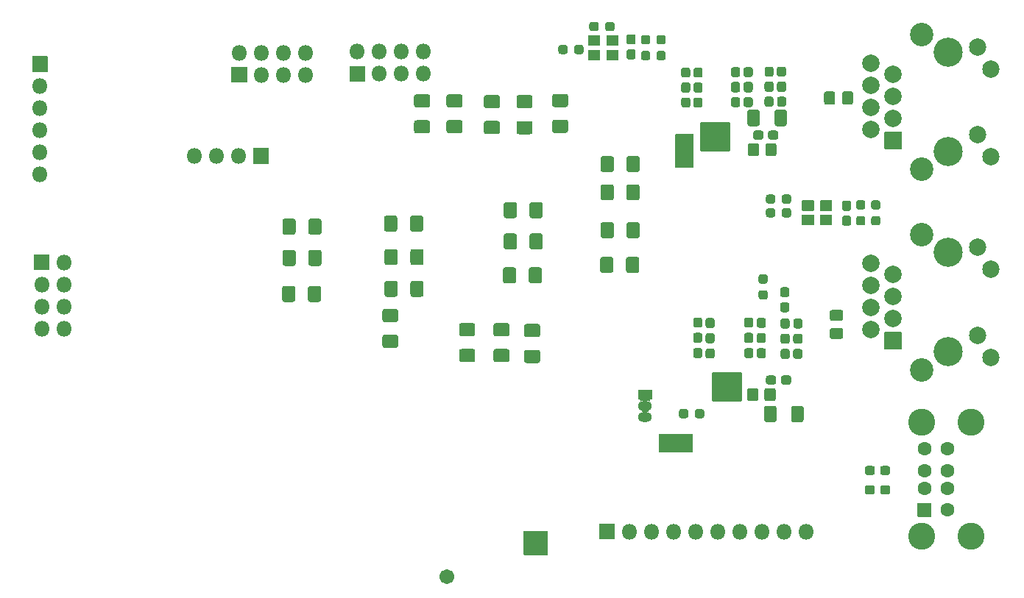
<source format=gbr>
G04 #@! TF.GenerationSoftware,KiCad,Pcbnew,5.1.10-88a1d61d58~90~ubuntu20.04.1*
G04 #@! TF.CreationDate,2021-09-12T22:34:26-04:00*
G04 #@! TF.ProjectId,UnwaryNuc,556e7761-7279-44e7-9563-2e6b69636164,rev?*
G04 #@! TF.SameCoordinates,Original*
G04 #@! TF.FileFunction,Soldermask,Bot*
G04 #@! TF.FilePolarity,Negative*
%FSLAX46Y46*%
G04 Gerber Fmt 4.6, Leading zero omitted, Abs format (unit mm)*
G04 Created by KiCad (PCBNEW 5.1.10-88a1d61d58~90~ubuntu20.04.1) date 2021-09-12 22:34:26*
%MOMM*%
%LPD*%
G01*
G04 APERTURE LIST*
%ADD10O,1.802000X1.802000*%
%ADD11C,1.702000*%
%ADD12C,3.102000*%
%ADD13C,1.602000*%
%ADD14C,3.352000*%
%ADD15C,2.702000*%
%ADD16C,1.992000*%
%ADD17C,2.002000*%
%ADD18O,1.602000X1.152000*%
%ADD19C,0.254000*%
%ADD20C,0.100000*%
G04 APERTURE END LIST*
D10*
X179019200Y-119430800D03*
X176479200Y-119430800D03*
X173939200Y-119430800D03*
X171399200Y-119430800D03*
X168859200Y-119430800D03*
X166319200Y-119430800D03*
X163779200Y-119430800D03*
X161239200Y-119430800D03*
X158699200Y-119430800D03*
G36*
G01*
X157009200Y-120331800D02*
X155309200Y-120331800D01*
G75*
G02*
X155258200Y-120280800I0J51000D01*
G01*
X155258200Y-118580800D01*
G75*
G02*
X155309200Y-118529800I51000J0D01*
G01*
X157009200Y-118529800D01*
G75*
G02*
X157060200Y-118580800I0J-51000D01*
G01*
X157060200Y-120280800D01*
G75*
G02*
X157009200Y-120331800I-51000J0D01*
G01*
G37*
X108712000Y-76200000D03*
X111252000Y-76200000D03*
X113792000Y-76200000D03*
G36*
G01*
X115482000Y-75299000D02*
X117182000Y-75299000D01*
G75*
G02*
X117233000Y-75350000I0J-51000D01*
G01*
X117233000Y-77050000D01*
G75*
G02*
X117182000Y-77101000I-51000J0D01*
G01*
X115482000Y-77101000D01*
G75*
G02*
X115431000Y-77050000I0J51000D01*
G01*
X115431000Y-75350000D01*
G75*
G02*
X115482000Y-75299000I51000J0D01*
G01*
G37*
G36*
G01*
X166049200Y-77592200D02*
X164049200Y-77592200D01*
G75*
G02*
X163998200Y-77541200I0J51000D01*
G01*
X163998200Y-73741200D01*
G75*
G02*
X164049200Y-73690200I51000J0D01*
G01*
X166049200Y-73690200D01*
G75*
G02*
X166100200Y-73741200I0J-51000D01*
G01*
X166100200Y-77541200D01*
G75*
G02*
X166049200Y-77592200I-51000J0D01*
G01*
G37*
X135026400Y-64211200D03*
X135026400Y-66751200D03*
X132486400Y-64211200D03*
X132486400Y-66751200D03*
X129946400Y-64211200D03*
X129946400Y-66751200D03*
X127406400Y-64211200D03*
G36*
G01*
X128256400Y-67652200D02*
X126556400Y-67652200D01*
G75*
G02*
X126505400Y-67601200I0J51000D01*
G01*
X126505400Y-65901200D01*
G75*
G02*
X126556400Y-65850200I51000J0D01*
G01*
X128256400Y-65850200D01*
G75*
G02*
X128307400Y-65901200I0J-51000D01*
G01*
X128307400Y-67601200D01*
G75*
G02*
X128256400Y-67652200I-51000J0D01*
G01*
G37*
X121462800Y-64312800D03*
X121462800Y-66852800D03*
X118922800Y-64312800D03*
X118922800Y-66852800D03*
X116382800Y-64312800D03*
X116382800Y-66852800D03*
X113842800Y-64312800D03*
G36*
G01*
X114692800Y-67753800D02*
X112992800Y-67753800D01*
G75*
G02*
X112941800Y-67702800I0J51000D01*
G01*
X112941800Y-66002800D01*
G75*
G02*
X112992800Y-65951800I51000J0D01*
G01*
X114692800Y-65951800D01*
G75*
G02*
X114743800Y-66002800I0J-51000D01*
G01*
X114743800Y-67702800D01*
G75*
G02*
X114692800Y-67753800I-51000J0D01*
G01*
G37*
X93675200Y-96062800D03*
X91135200Y-96062800D03*
X93675200Y-93522800D03*
X91135200Y-93522800D03*
X93675200Y-90982800D03*
X91135200Y-90982800D03*
X93675200Y-88442800D03*
G36*
G01*
X90234200Y-89292800D02*
X90234200Y-87592800D01*
G75*
G02*
X90285200Y-87541800I51000J0D01*
G01*
X91985200Y-87541800D01*
G75*
G02*
X92036200Y-87592800I0J-51000D01*
G01*
X92036200Y-89292800D01*
G75*
G02*
X91985200Y-89343800I-51000J0D01*
G01*
X90285200Y-89343800D01*
G75*
G02*
X90234200Y-89292800I0J51000D01*
G01*
G37*
G36*
G01*
X164938600Y-69488600D02*
X165464600Y-69488600D01*
G75*
G02*
X165727600Y-69751600I0J-263000D01*
G01*
X165727600Y-70377600D01*
G75*
G02*
X165464600Y-70640600I-263000J0D01*
G01*
X164938600Y-70640600D01*
G75*
G02*
X164675600Y-70377600I0J263000D01*
G01*
X164675600Y-69751600D01*
G75*
G02*
X164938600Y-69488600I263000J0D01*
G01*
G37*
G36*
G01*
X164938600Y-67738600D02*
X165464600Y-67738600D01*
G75*
G02*
X165727600Y-68001600I0J-263000D01*
G01*
X165727600Y-68627600D01*
G75*
G02*
X165464600Y-68890600I-263000J0D01*
G01*
X164938600Y-68890600D01*
G75*
G02*
X164675600Y-68627600I0J263000D01*
G01*
X164675600Y-68001600D01*
G75*
G02*
X164938600Y-67738600I263000J0D01*
G01*
G37*
G36*
G01*
X165446600Y-67188800D02*
X164920600Y-67188800D01*
G75*
G02*
X164657600Y-66925800I0J263000D01*
G01*
X164657600Y-66299800D01*
G75*
G02*
X164920600Y-66036800I263000J0D01*
G01*
X165446600Y-66036800D01*
G75*
G02*
X165709600Y-66299800I0J-263000D01*
G01*
X165709600Y-66925800D01*
G75*
G02*
X165446600Y-67188800I-263000J0D01*
G01*
G37*
G36*
G01*
X165446600Y-68938800D02*
X164920600Y-68938800D01*
G75*
G02*
X164657600Y-68675800I0J263000D01*
G01*
X164657600Y-68049800D01*
G75*
G02*
X164920600Y-67786800I263000J0D01*
G01*
X165446600Y-67786800D01*
G75*
G02*
X165709600Y-68049800I0J-263000D01*
G01*
X165709600Y-68675800D01*
G75*
G02*
X165446600Y-68938800I-263000J0D01*
G01*
G37*
G36*
G01*
X172108300Y-69437800D02*
X172634300Y-69437800D01*
G75*
G02*
X172897300Y-69700800I0J-263000D01*
G01*
X172897300Y-70326800D01*
G75*
G02*
X172634300Y-70589800I-263000J0D01*
G01*
X172108300Y-70589800D01*
G75*
G02*
X171845300Y-70326800I0J263000D01*
G01*
X171845300Y-69700800D01*
G75*
G02*
X172108300Y-69437800I263000J0D01*
G01*
G37*
G36*
G01*
X172108300Y-67687800D02*
X172634300Y-67687800D01*
G75*
G02*
X172897300Y-67950800I0J-263000D01*
G01*
X172897300Y-68576800D01*
G75*
G02*
X172634300Y-68839800I-263000J0D01*
G01*
X172108300Y-68839800D01*
G75*
G02*
X171845300Y-68576800I0J263000D01*
G01*
X171845300Y-67950800D01*
G75*
G02*
X172108300Y-67687800I263000J0D01*
G01*
G37*
G36*
G01*
X172634300Y-67138000D02*
X172108300Y-67138000D01*
G75*
G02*
X171845300Y-66875000I0J263000D01*
G01*
X171845300Y-66249000D01*
G75*
G02*
X172108300Y-65986000I263000J0D01*
G01*
X172634300Y-65986000D01*
G75*
G02*
X172897300Y-66249000I0J-263000D01*
G01*
X172897300Y-66875000D01*
G75*
G02*
X172634300Y-67138000I-263000J0D01*
G01*
G37*
G36*
G01*
X172634300Y-68888000D02*
X172108300Y-68888000D01*
G75*
G02*
X171845300Y-68625000I0J263000D01*
G01*
X171845300Y-67999000D01*
G75*
G02*
X172108300Y-67736000I263000J0D01*
G01*
X172634300Y-67736000D01*
G75*
G02*
X172897300Y-67999000I0J-263000D01*
G01*
X172897300Y-68625000D01*
G75*
G02*
X172634300Y-68888000I-263000J0D01*
G01*
G37*
G36*
G01*
X170653600Y-69437800D02*
X171179600Y-69437800D01*
G75*
G02*
X171442600Y-69700800I0J-263000D01*
G01*
X171442600Y-70326800D01*
G75*
G02*
X171179600Y-70589800I-263000J0D01*
G01*
X170653600Y-70589800D01*
G75*
G02*
X170390600Y-70326800I0J263000D01*
G01*
X170390600Y-69700800D01*
G75*
G02*
X170653600Y-69437800I263000J0D01*
G01*
G37*
G36*
G01*
X170653600Y-67687800D02*
X171179600Y-67687800D01*
G75*
G02*
X171442600Y-67950800I0J-263000D01*
G01*
X171442600Y-68576800D01*
G75*
G02*
X171179600Y-68839800I-263000J0D01*
G01*
X170653600Y-68839800D01*
G75*
G02*
X170390600Y-68576800I0J263000D01*
G01*
X170390600Y-67950800D01*
G75*
G02*
X170653600Y-67687800I263000J0D01*
G01*
G37*
G36*
G01*
X171187500Y-67138000D02*
X170661500Y-67138000D01*
G75*
G02*
X170398500Y-66875000I0J263000D01*
G01*
X170398500Y-66249000D01*
G75*
G02*
X170661500Y-65986000I263000J0D01*
G01*
X171187500Y-65986000D01*
G75*
G02*
X171450500Y-66249000I0J-263000D01*
G01*
X171450500Y-66875000D01*
G75*
G02*
X171187500Y-67138000I-263000J0D01*
G01*
G37*
G36*
G01*
X171187500Y-68888000D02*
X170661500Y-68888000D01*
G75*
G02*
X170398500Y-68625000I0J263000D01*
G01*
X170398500Y-67999000D01*
G75*
G02*
X170661500Y-67736000I263000J0D01*
G01*
X171187500Y-67736000D01*
G75*
G02*
X171450500Y-67999000I0J-263000D01*
G01*
X171450500Y-68625000D01*
G75*
G02*
X171187500Y-68888000I-263000J0D01*
G01*
G37*
G36*
G01*
X174514400Y-69387000D02*
X175040400Y-69387000D01*
G75*
G02*
X175303400Y-69650000I0J-263000D01*
G01*
X175303400Y-70276000D01*
G75*
G02*
X175040400Y-70539000I-263000J0D01*
G01*
X174514400Y-70539000D01*
G75*
G02*
X174251400Y-70276000I0J263000D01*
G01*
X174251400Y-69650000D01*
G75*
G02*
X174514400Y-69387000I263000J0D01*
G01*
G37*
G36*
G01*
X174514400Y-67637000D02*
X175040400Y-67637000D01*
G75*
G02*
X175303400Y-67900000I0J-263000D01*
G01*
X175303400Y-68526000D01*
G75*
G02*
X175040400Y-68789000I-263000J0D01*
G01*
X174514400Y-68789000D01*
G75*
G02*
X174251400Y-68526000I0J263000D01*
G01*
X174251400Y-67900000D01*
G75*
G02*
X174514400Y-67637000I263000J0D01*
G01*
G37*
G36*
G01*
X175046800Y-67087200D02*
X174520800Y-67087200D01*
G75*
G02*
X174257800Y-66824200I0J263000D01*
G01*
X174257800Y-66198200D01*
G75*
G02*
X174520800Y-65935200I263000J0D01*
G01*
X175046800Y-65935200D01*
G75*
G02*
X175309800Y-66198200I0J-263000D01*
G01*
X175309800Y-66824200D01*
G75*
G02*
X175046800Y-67087200I-263000J0D01*
G01*
G37*
G36*
G01*
X175046800Y-68837200D02*
X174520800Y-68837200D01*
G75*
G02*
X174257800Y-68574200I0J263000D01*
G01*
X174257800Y-67948200D01*
G75*
G02*
X174520800Y-67685200I263000J0D01*
G01*
X175046800Y-67685200D01*
G75*
G02*
X175309800Y-67948200I0J-263000D01*
G01*
X175309800Y-68574200D01*
G75*
G02*
X175046800Y-68837200I-263000J0D01*
G01*
G37*
G36*
G01*
X175962200Y-69387000D02*
X176488200Y-69387000D01*
G75*
G02*
X176751200Y-69650000I0J-263000D01*
G01*
X176751200Y-70276000D01*
G75*
G02*
X176488200Y-70539000I-263000J0D01*
G01*
X175962200Y-70539000D01*
G75*
G02*
X175699200Y-70276000I0J263000D01*
G01*
X175699200Y-69650000D01*
G75*
G02*
X175962200Y-69387000I263000J0D01*
G01*
G37*
G36*
G01*
X175962200Y-67637000D02*
X176488200Y-67637000D01*
G75*
G02*
X176751200Y-67900000I0J-263000D01*
G01*
X176751200Y-68526000D01*
G75*
G02*
X176488200Y-68789000I-263000J0D01*
G01*
X175962200Y-68789000D01*
G75*
G02*
X175699200Y-68526000I0J263000D01*
G01*
X175699200Y-67900000D01*
G75*
G02*
X175962200Y-67637000I263000J0D01*
G01*
G37*
G36*
G01*
X176462800Y-67087200D02*
X175936800Y-67087200D01*
G75*
G02*
X175673800Y-66824200I0J263000D01*
G01*
X175673800Y-66198200D01*
G75*
G02*
X175936800Y-65935200I263000J0D01*
G01*
X176462800Y-65935200D01*
G75*
G02*
X176725800Y-66198200I0J-263000D01*
G01*
X176725800Y-66824200D01*
G75*
G02*
X176462800Y-67087200I-263000J0D01*
G01*
G37*
G36*
G01*
X176462800Y-68837200D02*
X175936800Y-68837200D01*
G75*
G02*
X175673800Y-68574200I0J263000D01*
G01*
X175673800Y-67948200D01*
G75*
G02*
X175936800Y-67685200I263000J0D01*
G01*
X176462800Y-67685200D01*
G75*
G02*
X176725800Y-67948200I0J-263000D01*
G01*
X176725800Y-68574200D01*
G75*
G02*
X176462800Y-68837200I-263000J0D01*
G01*
G37*
G36*
G01*
X166335600Y-69488600D02*
X166861600Y-69488600D01*
G75*
G02*
X167124600Y-69751600I0J-263000D01*
G01*
X167124600Y-70377600D01*
G75*
G02*
X166861600Y-70640600I-263000J0D01*
G01*
X166335600Y-70640600D01*
G75*
G02*
X166072600Y-70377600I0J263000D01*
G01*
X166072600Y-69751600D01*
G75*
G02*
X166335600Y-69488600I263000J0D01*
G01*
G37*
G36*
G01*
X166335600Y-67738600D02*
X166861600Y-67738600D01*
G75*
G02*
X167124600Y-68001600I0J-263000D01*
G01*
X167124600Y-68627600D01*
G75*
G02*
X166861600Y-68890600I-263000J0D01*
G01*
X166335600Y-68890600D01*
G75*
G02*
X166072600Y-68627600I0J263000D01*
G01*
X166072600Y-68001600D01*
G75*
G02*
X166335600Y-67738600I263000J0D01*
G01*
G37*
G36*
G01*
X166870000Y-67188800D02*
X166344000Y-67188800D01*
G75*
G02*
X166081000Y-66925800I0J263000D01*
G01*
X166081000Y-66299800D01*
G75*
G02*
X166344000Y-66036800I263000J0D01*
G01*
X166870000Y-66036800D01*
G75*
G02*
X167133000Y-66299800I0J-263000D01*
G01*
X167133000Y-66925800D01*
G75*
G02*
X166870000Y-67188800I-263000J0D01*
G01*
G37*
G36*
G01*
X166870000Y-68938800D02*
X166344000Y-68938800D01*
G75*
G02*
X166081000Y-68675800I0J263000D01*
G01*
X166081000Y-68049800D01*
G75*
G02*
X166344000Y-67786800I263000J0D01*
G01*
X166870000Y-67786800D01*
G75*
G02*
X167133000Y-68049800I0J-263000D01*
G01*
X167133000Y-68675800D01*
G75*
G02*
X166870000Y-68938800I-263000J0D01*
G01*
G37*
G36*
G01*
X165488000Y-105604200D02*
X165488000Y-106130200D01*
G75*
G02*
X165225000Y-106393200I-263000J0D01*
G01*
X164674000Y-106393200D01*
G75*
G02*
X164411000Y-106130200I0J263000D01*
G01*
X164411000Y-105604200D01*
G75*
G02*
X164674000Y-105341200I263000J0D01*
G01*
X165225000Y-105341200D01*
G75*
G02*
X165488000Y-105604200I0J-263000D01*
G01*
G37*
G36*
G01*
X167313000Y-105604200D02*
X167313000Y-106130200D01*
G75*
G02*
X167050000Y-106393200I-263000J0D01*
G01*
X166499000Y-106393200D01*
G75*
G02*
X166236000Y-106130200I0J263000D01*
G01*
X166236000Y-105604200D01*
G75*
G02*
X166499000Y-105341200I263000J0D01*
G01*
X167050000Y-105341200D01*
G75*
G02*
X167313000Y-105604200I0J-263000D01*
G01*
G37*
G36*
G01*
X152367600Y-64220200D02*
X152367600Y-63694200D01*
G75*
G02*
X152630600Y-63431200I263000J0D01*
G01*
X153181600Y-63431200D01*
G75*
G02*
X153444600Y-63694200I0J-263000D01*
G01*
X153444600Y-64220200D01*
G75*
G02*
X153181600Y-64483200I-263000J0D01*
G01*
X152630600Y-64483200D01*
G75*
G02*
X152367600Y-64220200I0J263000D01*
G01*
G37*
G36*
G01*
X150542600Y-64220200D02*
X150542600Y-63694200D01*
G75*
G02*
X150805600Y-63431200I263000J0D01*
G01*
X151356600Y-63431200D01*
G75*
G02*
X151619600Y-63694200I0J-263000D01*
G01*
X151619600Y-64220200D01*
G75*
G02*
X151356600Y-64483200I-263000J0D01*
G01*
X150805600Y-64483200D01*
G75*
G02*
X150542600Y-64220200I0J263000D01*
G01*
G37*
G36*
G01*
X155175600Y-61052600D02*
X155175600Y-61578600D01*
G75*
G02*
X154912600Y-61841600I-263000J0D01*
G01*
X154361600Y-61841600D01*
G75*
G02*
X154098600Y-61578600I0J263000D01*
G01*
X154098600Y-61052600D01*
G75*
G02*
X154361600Y-60789600I263000J0D01*
G01*
X154912600Y-60789600D01*
G75*
G02*
X155175600Y-61052600I0J-263000D01*
G01*
G37*
G36*
G01*
X157000600Y-61052600D02*
X157000600Y-61578600D01*
G75*
G02*
X156737600Y-61841600I-263000J0D01*
G01*
X156186600Y-61841600D01*
G75*
G02*
X155923600Y-61578600I0J263000D01*
G01*
X155923600Y-61052600D01*
G75*
G02*
X156186600Y-60789600I263000J0D01*
G01*
X156737600Y-60789600D01*
G75*
G02*
X157000600Y-61052600I0J-263000D01*
G01*
G37*
G36*
G01*
X173539400Y-103203048D02*
X173539400Y-104162552D01*
G75*
G02*
X173268152Y-104433800I-271248J0D01*
G01*
X172508648Y-104433800D01*
G75*
G02*
X172237400Y-104162552I0J271248D01*
G01*
X172237400Y-103203048D01*
G75*
G02*
X172508648Y-102931800I271248J0D01*
G01*
X173268152Y-102931800D01*
G75*
G02*
X173539400Y-103203048I0J-271248D01*
G01*
G37*
G36*
G01*
X175539400Y-103203048D02*
X175539400Y-104162552D01*
G75*
G02*
X175268152Y-104433800I-271248J0D01*
G01*
X174508648Y-104433800D01*
G75*
G02*
X174237400Y-104162552I0J271248D01*
G01*
X174237400Y-103203048D01*
G75*
G02*
X174508648Y-102931800I271248J0D01*
G01*
X175268152Y-102931800D01*
G75*
G02*
X175539400Y-103203048I0J-271248D01*
G01*
G37*
G36*
G01*
X174339000Y-75968552D02*
X174339000Y-75009048D01*
G75*
G02*
X174610248Y-74737800I271248J0D01*
G01*
X175369752Y-74737800D01*
G75*
G02*
X175641000Y-75009048I0J-271248D01*
G01*
X175641000Y-75968552D01*
G75*
G02*
X175369752Y-76239800I-271248J0D01*
G01*
X174610248Y-76239800D01*
G75*
G02*
X174339000Y-75968552I0J271248D01*
G01*
G37*
G36*
G01*
X172339000Y-75968552D02*
X172339000Y-75009048D01*
G75*
G02*
X172610248Y-74737800I271248J0D01*
G01*
X173369752Y-74737800D01*
G75*
G02*
X173641000Y-75009048I0J-271248D01*
G01*
X173641000Y-75968552D01*
G75*
G02*
X173369752Y-76239800I-271248J0D01*
G01*
X172610248Y-76239800D01*
G75*
G02*
X172339000Y-75968552I0J271248D01*
G01*
G37*
G36*
G01*
X160841800Y-63380000D02*
X160315800Y-63380000D01*
G75*
G02*
X160052800Y-63117000I0J263000D01*
G01*
X160052800Y-62566000D01*
G75*
G02*
X160315800Y-62303000I263000J0D01*
G01*
X160841800Y-62303000D01*
G75*
G02*
X161104800Y-62566000I0J-263000D01*
G01*
X161104800Y-63117000D01*
G75*
G02*
X160841800Y-63380000I-263000J0D01*
G01*
G37*
G36*
G01*
X160841800Y-65205000D02*
X160315800Y-65205000D01*
G75*
G02*
X160052800Y-64942000I0J263000D01*
G01*
X160052800Y-64391000D01*
G75*
G02*
X160315800Y-64128000I263000J0D01*
G01*
X160841800Y-64128000D01*
G75*
G02*
X161104800Y-64391000I0J-263000D01*
G01*
X161104800Y-64942000D01*
G75*
G02*
X160841800Y-65205000I-263000J0D01*
G01*
G37*
G36*
G01*
X162619800Y-63380000D02*
X162093800Y-63380000D01*
G75*
G02*
X161830800Y-63117000I0J263000D01*
G01*
X161830800Y-62566000D01*
G75*
G02*
X162093800Y-62303000I263000J0D01*
G01*
X162619800Y-62303000D01*
G75*
G02*
X162882800Y-62566000I0J-263000D01*
G01*
X162882800Y-63117000D01*
G75*
G02*
X162619800Y-63380000I-263000J0D01*
G01*
G37*
G36*
G01*
X162619800Y-65205000D02*
X162093800Y-65205000D01*
G75*
G02*
X161830800Y-64942000I0J263000D01*
G01*
X161830800Y-64391000D01*
G75*
G02*
X162093800Y-64128000I263000J0D01*
G01*
X162619800Y-64128000D01*
G75*
G02*
X162882800Y-64391000I0J-263000D01*
G01*
X162882800Y-64942000D01*
G75*
G02*
X162619800Y-65205000I-263000J0D01*
G01*
G37*
G36*
G01*
X176243600Y-81441400D02*
X176243600Y-80915400D01*
G75*
G02*
X176506600Y-80652400I263000J0D01*
G01*
X177057600Y-80652400D01*
G75*
G02*
X177320600Y-80915400I0J-263000D01*
G01*
X177320600Y-81441400D01*
G75*
G02*
X177057600Y-81704400I-263000J0D01*
G01*
X176506600Y-81704400D01*
G75*
G02*
X176243600Y-81441400I0J263000D01*
G01*
G37*
G36*
G01*
X174418600Y-81441400D02*
X174418600Y-80915400D01*
G75*
G02*
X174681600Y-80652400I263000J0D01*
G01*
X175232600Y-80652400D01*
G75*
G02*
X175495600Y-80915400I0J-263000D01*
G01*
X175495600Y-81441400D01*
G75*
G02*
X175232600Y-81704400I-263000J0D01*
G01*
X174681600Y-81704400D01*
G75*
G02*
X174418600Y-81441400I0J263000D01*
G01*
G37*
G36*
G01*
X176243600Y-83016200D02*
X176243600Y-82490200D01*
G75*
G02*
X176506600Y-82227200I263000J0D01*
G01*
X177057600Y-82227200D01*
G75*
G02*
X177320600Y-82490200I0J-263000D01*
G01*
X177320600Y-83016200D01*
G75*
G02*
X177057600Y-83279200I-263000J0D01*
G01*
X176506600Y-83279200D01*
G75*
G02*
X176243600Y-83016200I0J263000D01*
G01*
G37*
G36*
G01*
X174418600Y-83016200D02*
X174418600Y-82490200D01*
G75*
G02*
X174681600Y-82227200I263000J0D01*
G01*
X175232600Y-82227200D01*
G75*
G02*
X175495600Y-82490200I0J-263000D01*
G01*
X175495600Y-83016200D01*
G75*
G02*
X175232600Y-83279200I-263000J0D01*
G01*
X174681600Y-83279200D01*
G75*
G02*
X174418600Y-83016200I0J263000D01*
G01*
G37*
G36*
G01*
X185581400Y-82379200D02*
X185055400Y-82379200D01*
G75*
G02*
X184792400Y-82116200I0J263000D01*
G01*
X184792400Y-81565200D01*
G75*
G02*
X185055400Y-81302200I263000J0D01*
G01*
X185581400Y-81302200D01*
G75*
G02*
X185844400Y-81565200I0J-263000D01*
G01*
X185844400Y-82116200D01*
G75*
G02*
X185581400Y-82379200I-263000J0D01*
G01*
G37*
G36*
G01*
X185581400Y-84204200D02*
X185055400Y-84204200D01*
G75*
G02*
X184792400Y-83941200I0J263000D01*
G01*
X184792400Y-83390200D01*
G75*
G02*
X185055400Y-83127200I263000J0D01*
G01*
X185581400Y-83127200D01*
G75*
G02*
X185844400Y-83390200I0J-263000D01*
G01*
X185844400Y-83941200D01*
G75*
G02*
X185581400Y-84204200I-263000J0D01*
G01*
G37*
G36*
G01*
X187308600Y-82379200D02*
X186782600Y-82379200D01*
G75*
G02*
X186519600Y-82116200I0J263000D01*
G01*
X186519600Y-81565200D01*
G75*
G02*
X186782600Y-81302200I263000J0D01*
G01*
X187308600Y-81302200D01*
G75*
G02*
X187571600Y-81565200I0J-263000D01*
G01*
X187571600Y-82116200D01*
G75*
G02*
X187308600Y-82379200I-263000J0D01*
G01*
G37*
G36*
G01*
X187308600Y-84204200D02*
X186782600Y-84204200D01*
G75*
G02*
X186519600Y-83941200I0J263000D01*
G01*
X186519600Y-83390200D01*
G75*
G02*
X186782600Y-83127200I263000J0D01*
G01*
X187308600Y-83127200D01*
G75*
G02*
X187571600Y-83390200I0J-263000D01*
G01*
X187571600Y-83941200D01*
G75*
G02*
X187308600Y-84204200I-263000J0D01*
G01*
G37*
G36*
G01*
X173828600Y-91661600D02*
X174354600Y-91661600D01*
G75*
G02*
X174617600Y-91924600I0J-263000D01*
G01*
X174617600Y-92475600D01*
G75*
G02*
X174354600Y-92738600I-263000J0D01*
G01*
X173828600Y-92738600D01*
G75*
G02*
X173565600Y-92475600I0J263000D01*
G01*
X173565600Y-91924600D01*
G75*
G02*
X173828600Y-91661600I263000J0D01*
G01*
G37*
G36*
G01*
X173828600Y-89836600D02*
X174354600Y-89836600D01*
G75*
G02*
X174617600Y-90099600I0J-263000D01*
G01*
X174617600Y-90650600D01*
G75*
G02*
X174354600Y-90913600I-263000J0D01*
G01*
X173828600Y-90913600D01*
G75*
G02*
X173565600Y-90650600I0J263000D01*
G01*
X173565600Y-90099600D01*
G75*
G02*
X173828600Y-89836600I263000J0D01*
G01*
G37*
G36*
G01*
X182379400Y-69040902D02*
X182379400Y-70049498D01*
G75*
G02*
X182107698Y-70321200I-271702J0D01*
G01*
X181374102Y-70321200D01*
G75*
G02*
X181102400Y-70049498I0J271702D01*
G01*
X181102400Y-69040902D01*
G75*
G02*
X181374102Y-68769200I271702J0D01*
G01*
X182107698Y-68769200D01*
G75*
G02*
X182379400Y-69040902I0J-271702D01*
G01*
G37*
G36*
G01*
X184454400Y-69040902D02*
X184454400Y-70049498D01*
G75*
G02*
X184182698Y-70321200I-271702J0D01*
G01*
X183449102Y-70321200D01*
G75*
G02*
X183177400Y-70049498I0J271702D01*
G01*
X183177400Y-69040902D01*
G75*
G02*
X183449102Y-68769200I271702J0D01*
G01*
X184182698Y-68769200D01*
G75*
G02*
X184454400Y-69040902I0J-271702D01*
G01*
G37*
G36*
G01*
X182020102Y-96004600D02*
X183028698Y-96004600D01*
G75*
G02*
X183300400Y-96276302I0J-271702D01*
G01*
X183300400Y-97009898D01*
G75*
G02*
X183028698Y-97281600I-271702J0D01*
G01*
X182020102Y-97281600D01*
G75*
G02*
X181748400Y-97009898I0J271702D01*
G01*
X181748400Y-96276302D01*
G75*
G02*
X182020102Y-96004600I271702J0D01*
G01*
G37*
G36*
G01*
X182020102Y-93929600D02*
X183028698Y-93929600D01*
G75*
G02*
X183300400Y-94201302I0J-271702D01*
G01*
X183300400Y-94934898D01*
G75*
G02*
X183028698Y-95206600I-271702J0D01*
G01*
X182020102Y-95206600D01*
G75*
G02*
X181748400Y-94934898I0J271702D01*
G01*
X181748400Y-94201302D01*
G75*
G02*
X182020102Y-93929600I271702J0D01*
G01*
G37*
G36*
G01*
X174122400Y-73549400D02*
X174122400Y-74075400D01*
G75*
G02*
X173859400Y-74338400I-263000J0D01*
G01*
X173208400Y-74338400D01*
G75*
G02*
X172945400Y-74075400I0J263000D01*
G01*
X172945400Y-73549400D01*
G75*
G02*
X173208400Y-73286400I263000J0D01*
G01*
X173859400Y-73286400D01*
G75*
G02*
X174122400Y-73549400I0J-263000D01*
G01*
G37*
G36*
G01*
X175847400Y-73549400D02*
X175847400Y-74075400D01*
G75*
G02*
X175584400Y-74338400I-263000J0D01*
G01*
X174933400Y-74338400D01*
G75*
G02*
X174670400Y-74075400I0J263000D01*
G01*
X174670400Y-73549400D01*
G75*
G02*
X174933400Y-73286400I263000J0D01*
G01*
X175584400Y-73286400D01*
G75*
G02*
X175847400Y-73549400I0J-263000D01*
G01*
G37*
G36*
G01*
X175595600Y-101743400D02*
X175595600Y-102269400D01*
G75*
G02*
X175332600Y-102532400I-263000J0D01*
G01*
X174681600Y-102532400D01*
G75*
G02*
X174418600Y-102269400I0J263000D01*
G01*
X174418600Y-101743400D01*
G75*
G02*
X174681600Y-101480400I263000J0D01*
G01*
X175332600Y-101480400D01*
G75*
G02*
X175595600Y-101743400I0J-263000D01*
G01*
G37*
G36*
G01*
X177320600Y-101743400D02*
X177320600Y-102269400D01*
G75*
G02*
X177057600Y-102532400I-263000J0D01*
G01*
X176406600Y-102532400D01*
G75*
G02*
X176143600Y-102269400I0J263000D01*
G01*
X176143600Y-101743400D01*
G75*
G02*
X176406600Y-101480400I263000J0D01*
G01*
X177057600Y-101480400D01*
G75*
G02*
X177320600Y-101743400I0J-263000D01*
G01*
G37*
G36*
G01*
X158639400Y-63926400D02*
X159165400Y-63926400D01*
G75*
G02*
X159428400Y-64189400I0J-263000D01*
G01*
X159428400Y-64840400D01*
G75*
G02*
X159165400Y-65103400I-263000J0D01*
G01*
X158639400Y-65103400D01*
G75*
G02*
X158376400Y-64840400I0J263000D01*
G01*
X158376400Y-64189400D01*
G75*
G02*
X158639400Y-63926400I263000J0D01*
G01*
G37*
G36*
G01*
X158639400Y-62201400D02*
X159165400Y-62201400D01*
G75*
G02*
X159428400Y-62464400I0J-263000D01*
G01*
X159428400Y-63115400D01*
G75*
G02*
X159165400Y-63378400I-263000J0D01*
G01*
X158639400Y-63378400D01*
G75*
G02*
X158376400Y-63115400I0J263000D01*
G01*
X158376400Y-62464400D01*
G75*
G02*
X158639400Y-62201400I263000J0D01*
G01*
G37*
G36*
G01*
X175397800Y-72512956D02*
X175397800Y-71149444D01*
G75*
G02*
X175667044Y-70880200I269244J0D01*
G01*
X176555556Y-70880200D01*
G75*
G02*
X176824800Y-71149444I0J-269244D01*
G01*
X176824800Y-72512956D01*
G75*
G02*
X176555556Y-72782200I-269244J0D01*
G01*
X175667044Y-72782200D01*
G75*
G02*
X175397800Y-72512956I0J269244D01*
G01*
G37*
G36*
G01*
X172272800Y-72512956D02*
X172272800Y-71149444D01*
G75*
G02*
X172542044Y-70880200I269244J0D01*
G01*
X173430556Y-70880200D01*
G75*
G02*
X173699800Y-71149444I0J-269244D01*
G01*
X173699800Y-72512956D01*
G75*
G02*
X173430556Y-72782200I-269244J0D01*
G01*
X172542044Y-72782200D01*
G75*
G02*
X172272800Y-72512956I0J269244D01*
G01*
G37*
G36*
G01*
X177328200Y-106599756D02*
X177328200Y-105236244D01*
G75*
G02*
X177597444Y-104967000I269244J0D01*
G01*
X178485956Y-104967000D01*
G75*
G02*
X178755200Y-105236244I0J-269244D01*
G01*
X178755200Y-106599756D01*
G75*
G02*
X178485956Y-106869000I-269244J0D01*
G01*
X177597444Y-106869000D01*
G75*
G02*
X177328200Y-106599756I0J269244D01*
G01*
G37*
G36*
G01*
X174203200Y-106599756D02*
X174203200Y-105236244D01*
G75*
G02*
X174472444Y-104967000I269244J0D01*
G01*
X175360956Y-104967000D01*
G75*
G02*
X175630200Y-105236244I0J-269244D01*
G01*
X175630200Y-106599756D01*
G75*
G02*
X175360956Y-106869000I-269244J0D01*
G01*
X174472444Y-106869000D01*
G75*
G02*
X174203200Y-106599756I0J269244D01*
G01*
G37*
G36*
G01*
X183429800Y-83078000D02*
X183955800Y-83078000D01*
G75*
G02*
X184218800Y-83341000I0J-263000D01*
G01*
X184218800Y-83992000D01*
G75*
G02*
X183955800Y-84255000I-263000J0D01*
G01*
X183429800Y-84255000D01*
G75*
G02*
X183166800Y-83992000I0J263000D01*
G01*
X183166800Y-83341000D01*
G75*
G02*
X183429800Y-83078000I263000J0D01*
G01*
G37*
G36*
G01*
X183429800Y-81353000D02*
X183955800Y-81353000D01*
G75*
G02*
X184218800Y-81616000I0J-263000D01*
G01*
X184218800Y-82267000D01*
G75*
G02*
X183955800Y-82530000I-263000J0D01*
G01*
X183429800Y-82530000D01*
G75*
G02*
X183166800Y-82267000I0J263000D01*
G01*
X183166800Y-81616000D01*
G75*
G02*
X183429800Y-81353000I263000J0D01*
G01*
G37*
G36*
G01*
X157453000Y-62379000D02*
X157453000Y-63479000D01*
G75*
G02*
X157402000Y-63530000I-51000J0D01*
G01*
X156102000Y-63530000D01*
G75*
G02*
X156051000Y-63479000I0J51000D01*
G01*
X156051000Y-62379000D01*
G75*
G02*
X156102000Y-62328000I51000J0D01*
G01*
X157402000Y-62328000D01*
G75*
G02*
X157453000Y-62379000I0J-51000D01*
G01*
G37*
G36*
G01*
X155353000Y-62379000D02*
X155353000Y-63479000D01*
G75*
G02*
X155302000Y-63530000I-51000J0D01*
G01*
X154002000Y-63530000D01*
G75*
G02*
X153951000Y-63479000I0J51000D01*
G01*
X153951000Y-62379000D01*
G75*
G02*
X154002000Y-62328000I51000J0D01*
G01*
X155302000Y-62328000D01*
G75*
G02*
X155353000Y-62379000I0J-51000D01*
G01*
G37*
G36*
G01*
X155353000Y-64029000D02*
X155353000Y-65129000D01*
G75*
G02*
X155302000Y-65180000I-51000J0D01*
G01*
X154002000Y-65180000D01*
G75*
G02*
X153951000Y-65129000I0J51000D01*
G01*
X153951000Y-64029000D01*
G75*
G02*
X154002000Y-63978000I51000J0D01*
G01*
X155302000Y-63978000D01*
G75*
G02*
X155353000Y-64029000I0J-51000D01*
G01*
G37*
G36*
G01*
X157453000Y-64029000D02*
X157453000Y-65129000D01*
G75*
G02*
X157402000Y-65180000I-51000J0D01*
G01*
X156102000Y-65180000D01*
G75*
G02*
X156051000Y-65129000I0J51000D01*
G01*
X156051000Y-64029000D01*
G75*
G02*
X156102000Y-63978000I51000J0D01*
G01*
X157402000Y-63978000D01*
G75*
G02*
X157453000Y-64029000I0J-51000D01*
G01*
G37*
G36*
G01*
X182040200Y-81378200D02*
X182040200Y-82478200D01*
G75*
G02*
X181989200Y-82529200I-51000J0D01*
G01*
X180689200Y-82529200D01*
G75*
G02*
X180638200Y-82478200I0J51000D01*
G01*
X180638200Y-81378200D01*
G75*
G02*
X180689200Y-81327200I51000J0D01*
G01*
X181989200Y-81327200D01*
G75*
G02*
X182040200Y-81378200I0J-51000D01*
G01*
G37*
G36*
G01*
X179940200Y-81378200D02*
X179940200Y-82478200D01*
G75*
G02*
X179889200Y-82529200I-51000J0D01*
G01*
X178589200Y-82529200D01*
G75*
G02*
X178538200Y-82478200I0J51000D01*
G01*
X178538200Y-81378200D01*
G75*
G02*
X178589200Y-81327200I51000J0D01*
G01*
X179889200Y-81327200D01*
G75*
G02*
X179940200Y-81378200I0J-51000D01*
G01*
G37*
G36*
G01*
X179940200Y-83028200D02*
X179940200Y-84128200D01*
G75*
G02*
X179889200Y-84179200I-51000J0D01*
G01*
X178589200Y-84179200D01*
G75*
G02*
X178538200Y-84128200I0J51000D01*
G01*
X178538200Y-83028200D01*
G75*
G02*
X178589200Y-82977200I51000J0D01*
G01*
X179889200Y-82977200D01*
G75*
G02*
X179940200Y-83028200I0J-51000D01*
G01*
G37*
G36*
G01*
X182040200Y-83028200D02*
X182040200Y-84128200D01*
G75*
G02*
X181989200Y-84179200I-51000J0D01*
G01*
X180689200Y-84179200D01*
G75*
G02*
X180638200Y-84128200I0J51000D01*
G01*
X180638200Y-83028200D01*
G75*
G02*
X180689200Y-82977200I51000J0D01*
G01*
X181989200Y-82977200D01*
G75*
G02*
X182040200Y-83028200I0J-51000D01*
G01*
G37*
G36*
G01*
X162082200Y-110270800D02*
X162082200Y-108270800D01*
G75*
G02*
X162133200Y-108219800I51000J0D01*
G01*
X165933200Y-108219800D01*
G75*
G02*
X165984200Y-108270800I0J-51000D01*
G01*
X165984200Y-110270800D01*
G75*
G02*
X165933200Y-110321800I-51000J0D01*
G01*
X162133200Y-110321800D01*
G75*
G02*
X162082200Y-110270800I0J51000D01*
G01*
G37*
G36*
G01*
X166310200Y-98317600D02*
X166836200Y-98317600D01*
G75*
G02*
X167099200Y-98580600I0J-263000D01*
G01*
X167099200Y-99206600D01*
G75*
G02*
X166836200Y-99469600I-263000J0D01*
G01*
X166310200Y-99469600D01*
G75*
G02*
X166047200Y-99206600I0J263000D01*
G01*
X166047200Y-98580600D01*
G75*
G02*
X166310200Y-98317600I263000J0D01*
G01*
G37*
G36*
G01*
X166310200Y-96567600D02*
X166836200Y-96567600D01*
G75*
G02*
X167099200Y-96830600I0J-263000D01*
G01*
X167099200Y-97456600D01*
G75*
G02*
X166836200Y-97719600I-263000J0D01*
G01*
X166310200Y-97719600D01*
G75*
G02*
X166047200Y-97456600I0J263000D01*
G01*
X166047200Y-96830600D01*
G75*
G02*
X166310200Y-96567600I263000J0D01*
G01*
G37*
G36*
G01*
X166836200Y-95967000D02*
X166310200Y-95967000D01*
G75*
G02*
X166047200Y-95704000I0J263000D01*
G01*
X166047200Y-95078000D01*
G75*
G02*
X166310200Y-94815000I263000J0D01*
G01*
X166836200Y-94815000D01*
G75*
G02*
X167099200Y-95078000I0J-263000D01*
G01*
X167099200Y-95704000D01*
G75*
G02*
X166836200Y-95967000I-263000J0D01*
G01*
G37*
G36*
G01*
X166836200Y-97717000D02*
X166310200Y-97717000D01*
G75*
G02*
X166047200Y-97454000I0J263000D01*
G01*
X166047200Y-96828000D01*
G75*
G02*
X166310200Y-96565000I263000J0D01*
G01*
X166836200Y-96565000D01*
G75*
G02*
X167099200Y-96828000I0J-263000D01*
G01*
X167099200Y-97454000D01*
G75*
G02*
X166836200Y-97717000I-263000J0D01*
G01*
G37*
G36*
G01*
X173625400Y-98343000D02*
X174151400Y-98343000D01*
G75*
G02*
X174414400Y-98606000I0J-263000D01*
G01*
X174414400Y-99232000D01*
G75*
G02*
X174151400Y-99495000I-263000J0D01*
G01*
X173625400Y-99495000D01*
G75*
G02*
X173362400Y-99232000I0J263000D01*
G01*
X173362400Y-98606000D01*
G75*
G02*
X173625400Y-98343000I263000J0D01*
G01*
G37*
G36*
G01*
X173625400Y-96593000D02*
X174151400Y-96593000D01*
G75*
G02*
X174414400Y-96856000I0J-263000D01*
G01*
X174414400Y-97482000D01*
G75*
G02*
X174151400Y-97745000I-263000J0D01*
G01*
X173625400Y-97745000D01*
G75*
G02*
X173362400Y-97482000I0J263000D01*
G01*
X173362400Y-96856000D01*
G75*
G02*
X173625400Y-96593000I263000J0D01*
G01*
G37*
G36*
G01*
X174151400Y-95992400D02*
X173625400Y-95992400D01*
G75*
G02*
X173362400Y-95729400I0J263000D01*
G01*
X173362400Y-95103400D01*
G75*
G02*
X173625400Y-94840400I263000J0D01*
G01*
X174151400Y-94840400D01*
G75*
G02*
X174414400Y-95103400I0J-263000D01*
G01*
X174414400Y-95729400D01*
G75*
G02*
X174151400Y-95992400I-263000J0D01*
G01*
G37*
G36*
G01*
X174151400Y-97742400D02*
X173625400Y-97742400D01*
G75*
G02*
X173362400Y-97479400I0J263000D01*
G01*
X173362400Y-96853400D01*
G75*
G02*
X173625400Y-96590400I263000J0D01*
G01*
X174151400Y-96590400D01*
G75*
G02*
X174414400Y-96853400I0J-263000D01*
G01*
X174414400Y-97479400D01*
G75*
G02*
X174151400Y-97742400I-263000J0D01*
G01*
G37*
G36*
G01*
X172177600Y-98331600D02*
X172703600Y-98331600D01*
G75*
G02*
X172966600Y-98594600I0J-263000D01*
G01*
X172966600Y-99220600D01*
G75*
G02*
X172703600Y-99483600I-263000J0D01*
G01*
X172177600Y-99483600D01*
G75*
G02*
X171914600Y-99220600I0J263000D01*
G01*
X171914600Y-98594600D01*
G75*
G02*
X172177600Y-98331600I263000J0D01*
G01*
G37*
G36*
G01*
X172177600Y-96581600D02*
X172703600Y-96581600D01*
G75*
G02*
X172966600Y-96844600I0J-263000D01*
G01*
X172966600Y-97470600D01*
G75*
G02*
X172703600Y-97733600I-263000J0D01*
G01*
X172177600Y-97733600D01*
G75*
G02*
X171914600Y-97470600I0J263000D01*
G01*
X171914600Y-96844600D01*
G75*
G02*
X172177600Y-96581600I263000J0D01*
G01*
G37*
G36*
G01*
X172703600Y-95967000D02*
X172177600Y-95967000D01*
G75*
G02*
X171914600Y-95704000I0J263000D01*
G01*
X171914600Y-95078000D01*
G75*
G02*
X172177600Y-94815000I263000J0D01*
G01*
X172703600Y-94815000D01*
G75*
G02*
X172966600Y-95078000I0J-263000D01*
G01*
X172966600Y-95704000D01*
G75*
G02*
X172703600Y-95967000I-263000J0D01*
G01*
G37*
G36*
G01*
X172703600Y-97717000D02*
X172177600Y-97717000D01*
G75*
G02*
X171914600Y-97454000I0J263000D01*
G01*
X171914600Y-96828000D01*
G75*
G02*
X172177600Y-96565000I263000J0D01*
G01*
X172703600Y-96565000D01*
G75*
G02*
X172966600Y-96828000I0J-263000D01*
G01*
X172966600Y-97454000D01*
G75*
G02*
X172703600Y-97717000I-263000J0D01*
G01*
G37*
G36*
G01*
X176368600Y-98419200D02*
X176894600Y-98419200D01*
G75*
G02*
X177157600Y-98682200I0J-263000D01*
G01*
X177157600Y-99308200D01*
G75*
G02*
X176894600Y-99571200I-263000J0D01*
G01*
X176368600Y-99571200D01*
G75*
G02*
X176105600Y-99308200I0J263000D01*
G01*
X176105600Y-98682200D01*
G75*
G02*
X176368600Y-98419200I263000J0D01*
G01*
G37*
G36*
G01*
X176368600Y-96669200D02*
X176894600Y-96669200D01*
G75*
G02*
X177157600Y-96932200I0J-263000D01*
G01*
X177157600Y-97558200D01*
G75*
G02*
X176894600Y-97821200I-263000J0D01*
G01*
X176368600Y-97821200D01*
G75*
G02*
X176105600Y-97558200I0J263000D01*
G01*
X176105600Y-96932200D01*
G75*
G02*
X176368600Y-96669200I263000J0D01*
G01*
G37*
G36*
G01*
X176869200Y-96068600D02*
X176343200Y-96068600D01*
G75*
G02*
X176080200Y-95805600I0J263000D01*
G01*
X176080200Y-95179600D01*
G75*
G02*
X176343200Y-94916600I263000J0D01*
G01*
X176869200Y-94916600D01*
G75*
G02*
X177132200Y-95179600I0J-263000D01*
G01*
X177132200Y-95805600D01*
G75*
G02*
X176869200Y-96068600I-263000J0D01*
G01*
G37*
G36*
G01*
X176869200Y-97818600D02*
X176343200Y-97818600D01*
G75*
G02*
X176080200Y-97555600I0J263000D01*
G01*
X176080200Y-96929600D01*
G75*
G02*
X176343200Y-96666600I263000J0D01*
G01*
X176869200Y-96666600D01*
G75*
G02*
X177132200Y-96929600I0J-263000D01*
G01*
X177132200Y-97555600D01*
G75*
G02*
X176869200Y-97818600I-263000J0D01*
G01*
G37*
G36*
G01*
X177816400Y-98419200D02*
X178342400Y-98419200D01*
G75*
G02*
X178605400Y-98682200I0J-263000D01*
G01*
X178605400Y-99308200D01*
G75*
G02*
X178342400Y-99571200I-263000J0D01*
G01*
X177816400Y-99571200D01*
G75*
G02*
X177553400Y-99308200I0J263000D01*
G01*
X177553400Y-98682200D01*
G75*
G02*
X177816400Y-98419200I263000J0D01*
G01*
G37*
G36*
G01*
X177816400Y-96669200D02*
X178342400Y-96669200D01*
G75*
G02*
X178605400Y-96932200I0J-263000D01*
G01*
X178605400Y-97558200D01*
G75*
G02*
X178342400Y-97821200I-263000J0D01*
G01*
X177816400Y-97821200D01*
G75*
G02*
X177553400Y-97558200I0J263000D01*
G01*
X177553400Y-96932200D01*
G75*
G02*
X177816400Y-96669200I263000J0D01*
G01*
G37*
G36*
G01*
X178361200Y-96068600D02*
X177835200Y-96068600D01*
G75*
G02*
X177572200Y-95805600I0J263000D01*
G01*
X177572200Y-95179600D01*
G75*
G02*
X177835200Y-94916600I263000J0D01*
G01*
X178361200Y-94916600D01*
G75*
G02*
X178624200Y-95179600I0J-263000D01*
G01*
X178624200Y-95805600D01*
G75*
G02*
X178361200Y-96068600I-263000J0D01*
G01*
G37*
G36*
G01*
X178361200Y-97818600D02*
X177835200Y-97818600D01*
G75*
G02*
X177572200Y-97555600I0J263000D01*
G01*
X177572200Y-96929600D01*
G75*
G02*
X177835200Y-96666600I263000J0D01*
G01*
X178361200Y-96666600D01*
G75*
G02*
X178624200Y-96929600I0J-263000D01*
G01*
X178624200Y-97555600D01*
G75*
G02*
X178361200Y-97818600I-263000J0D01*
G01*
G37*
G36*
G01*
X167732600Y-98368400D02*
X168258600Y-98368400D01*
G75*
G02*
X168521600Y-98631400I0J-263000D01*
G01*
X168521600Y-99257400D01*
G75*
G02*
X168258600Y-99520400I-263000J0D01*
G01*
X167732600Y-99520400D01*
G75*
G02*
X167469600Y-99257400I0J263000D01*
G01*
X167469600Y-98631400D01*
G75*
G02*
X167732600Y-98368400I263000J0D01*
G01*
G37*
G36*
G01*
X167732600Y-96618400D02*
X168258600Y-96618400D01*
G75*
G02*
X168521600Y-96881400I0J-263000D01*
G01*
X168521600Y-97507400D01*
G75*
G02*
X168258600Y-97770400I-263000J0D01*
G01*
X167732600Y-97770400D01*
G75*
G02*
X167469600Y-97507400I0J263000D01*
G01*
X167469600Y-96881400D01*
G75*
G02*
X167732600Y-96618400I263000J0D01*
G01*
G37*
G36*
G01*
X168258600Y-96017800D02*
X167732600Y-96017800D01*
G75*
G02*
X167469600Y-95754800I0J263000D01*
G01*
X167469600Y-95128800D01*
G75*
G02*
X167732600Y-94865800I263000J0D01*
G01*
X168258600Y-94865800D01*
G75*
G02*
X168521600Y-95128800I0J-263000D01*
G01*
X168521600Y-95754800D01*
G75*
G02*
X168258600Y-96017800I-263000J0D01*
G01*
G37*
G36*
G01*
X168258600Y-97767800D02*
X167732600Y-97767800D01*
G75*
G02*
X167469600Y-97504800I0J263000D01*
G01*
X167469600Y-96878800D01*
G75*
G02*
X167732600Y-96615800I263000J0D01*
G01*
X168258600Y-96615800D01*
G75*
G02*
X168521600Y-96878800I0J-263000D01*
G01*
X168521600Y-97504800D01*
G75*
G02*
X168258600Y-97767800I-263000J0D01*
G01*
G37*
G36*
G01*
X176843800Y-92461800D02*
X176317800Y-92461800D01*
G75*
G02*
X176054800Y-92198800I0J263000D01*
G01*
X176054800Y-91572800D01*
G75*
G02*
X176317800Y-91309800I263000J0D01*
G01*
X176843800Y-91309800D01*
G75*
G02*
X177106800Y-91572800I0J-263000D01*
G01*
X177106800Y-92198800D01*
G75*
G02*
X176843800Y-92461800I-263000J0D01*
G01*
G37*
G36*
G01*
X176843800Y-94211800D02*
X176317800Y-94211800D01*
G75*
G02*
X176054800Y-93948800I0J263000D01*
G01*
X176054800Y-93322800D01*
G75*
G02*
X176317800Y-93059800I263000J0D01*
G01*
X176843800Y-93059800D01*
G75*
G02*
X177106800Y-93322800I0J-263000D01*
G01*
X177106800Y-93948800D01*
G75*
G02*
X176843800Y-94211800I-263000J0D01*
G01*
G37*
G36*
G01*
X186949800Y-114375000D02*
X186949800Y-114901000D01*
G75*
G02*
X186686800Y-115164000I-263000J0D01*
G01*
X186060800Y-115164000D01*
G75*
G02*
X185797800Y-114901000I0J263000D01*
G01*
X185797800Y-114375000D01*
G75*
G02*
X186060800Y-114112000I263000J0D01*
G01*
X186686800Y-114112000D01*
G75*
G02*
X186949800Y-114375000I0J-263000D01*
G01*
G37*
G36*
G01*
X188699800Y-114375000D02*
X188699800Y-114901000D01*
G75*
G02*
X188436800Y-115164000I-263000J0D01*
G01*
X187810800Y-115164000D01*
G75*
G02*
X187547800Y-114901000I0J263000D01*
G01*
X187547800Y-114375000D01*
G75*
G02*
X187810800Y-114112000I263000J0D01*
G01*
X188436800Y-114112000D01*
G75*
G02*
X188699800Y-114375000I0J-263000D01*
G01*
G37*
G36*
G01*
X187547800Y-112683400D02*
X187547800Y-112157400D01*
G75*
G02*
X187810800Y-111894400I263000J0D01*
G01*
X188436800Y-111894400D01*
G75*
G02*
X188699800Y-112157400I0J-263000D01*
G01*
X188699800Y-112683400D01*
G75*
G02*
X188436800Y-112946400I-263000J0D01*
G01*
X187810800Y-112946400D01*
G75*
G02*
X187547800Y-112683400I0J263000D01*
G01*
G37*
G36*
G01*
X185797800Y-112683400D02*
X185797800Y-112157400D01*
G75*
G02*
X186060800Y-111894400I263000J0D01*
G01*
X186686800Y-111894400D01*
G75*
G02*
X186949800Y-112157400I0J-263000D01*
G01*
X186949800Y-112683400D01*
G75*
G02*
X186686800Y-112946400I-263000J0D01*
G01*
X186060800Y-112946400D01*
G75*
G02*
X185797800Y-112683400I0J263000D01*
G01*
G37*
X90932000Y-78333600D03*
X90932000Y-75793600D03*
X90932000Y-73253600D03*
X90932000Y-70713600D03*
X90932000Y-68173600D03*
G36*
G01*
X90031000Y-66483600D02*
X90031000Y-64783600D01*
G75*
G02*
X90082000Y-64732600I51000J0D01*
G01*
X91782000Y-64732600D01*
G75*
G02*
X91833000Y-64783600I0J-51000D01*
G01*
X91833000Y-66483600D01*
G75*
G02*
X91782000Y-66534600I-51000J0D01*
G01*
X90082000Y-66534600D01*
G75*
G02*
X90031000Y-66483600I0J51000D01*
G01*
G37*
D11*
X137759600Y-124601600D03*
G36*
G01*
X146579599Y-119350600D02*
X149279601Y-119350600D01*
G75*
G02*
X149330600Y-119401599I0J-50999D01*
G01*
X149330600Y-122101601D01*
G75*
G02*
X149279601Y-122152600I-50999J0D01*
G01*
X146579599Y-122152600D01*
G75*
G02*
X146528600Y-122101601I0J50999D01*
G01*
X146528600Y-119401599D01*
G75*
G02*
X146579599Y-119350600I50999J0D01*
G01*
G37*
D12*
X192303200Y-106868000D03*
X192303200Y-120008000D03*
G36*
G01*
X193403200Y-117739000D02*
X191903200Y-117739000D01*
G75*
G02*
X191852200Y-117688000I0J51000D01*
G01*
X191852200Y-116188000D01*
G75*
G02*
X191903200Y-116137000I51000J0D01*
G01*
X193403200Y-116137000D01*
G75*
G02*
X193454200Y-116188000I0J-51000D01*
G01*
X193454200Y-117688000D01*
G75*
G02*
X193403200Y-117739000I-51000J0D01*
G01*
G37*
D13*
X192653200Y-114438000D03*
X192653200Y-112438000D03*
X192653200Y-109938000D03*
D12*
X197983200Y-120008000D03*
X197983200Y-106868000D03*
D13*
X195273200Y-116938000D03*
X195273200Y-114438000D03*
X195273200Y-112438000D03*
X195273200Y-109938000D03*
D14*
X195366800Y-87325200D03*
X195366800Y-98755200D03*
D15*
X192316800Y-85265200D03*
X192316800Y-100815200D03*
D16*
X200266800Y-99365200D03*
X198746800Y-96825200D03*
X200266800Y-89255200D03*
X198746800Y-86715200D03*
D17*
X186486800Y-88595200D03*
X189026800Y-89865200D03*
X186486800Y-91135200D03*
X189026800Y-92405200D03*
X186486800Y-93675200D03*
X189026800Y-94945200D03*
X186486800Y-96215200D03*
G36*
G01*
X189976800Y-98486200D02*
X188076800Y-98486200D01*
G75*
G02*
X188025800Y-98435200I0J51000D01*
G01*
X188025800Y-96535200D01*
G75*
G02*
X188076800Y-96484200I51000J0D01*
G01*
X189976800Y-96484200D01*
G75*
G02*
X190027800Y-96535200I0J-51000D01*
G01*
X190027800Y-98435200D01*
G75*
G02*
X189976800Y-98486200I-51000J0D01*
G01*
G37*
D14*
X195393200Y-64272400D03*
X195393200Y-75702400D03*
D15*
X192343200Y-62212400D03*
X192343200Y-77762400D03*
D16*
X200293200Y-76312400D03*
X198773200Y-73772400D03*
X200293200Y-66202400D03*
X198773200Y-63662400D03*
D17*
X186513200Y-65542400D03*
X189053200Y-66812400D03*
X186513200Y-68082400D03*
X189053200Y-69352400D03*
X186513200Y-70622400D03*
X189053200Y-71892400D03*
X186513200Y-73162400D03*
G36*
G01*
X190003200Y-75433400D02*
X188103200Y-75433400D01*
G75*
G02*
X188052200Y-75382400I0J51000D01*
G01*
X188052200Y-73482400D01*
G75*
G02*
X188103200Y-73431400I51000J0D01*
G01*
X190003200Y-73431400D01*
G75*
G02*
X190054200Y-73482400I0J-51000D01*
G01*
X190054200Y-75382400D01*
G75*
G02*
X190003200Y-75433400I-51000J0D01*
G01*
G37*
G36*
G01*
X131874506Y-95338800D02*
X130558294Y-95338800D01*
G75*
G02*
X130290400Y-95070906I0J267894D01*
G01*
X130290400Y-94079694D01*
G75*
G02*
X130558294Y-93811800I267894J0D01*
G01*
X131874506Y-93811800D01*
G75*
G02*
X132142400Y-94079694I0J-267894D01*
G01*
X132142400Y-95070906D01*
G75*
G02*
X131874506Y-95338800I-267894J0D01*
G01*
G37*
G36*
G01*
X131874506Y-98313800D02*
X130558294Y-98313800D01*
G75*
G02*
X130290400Y-98045906I0J267894D01*
G01*
X130290400Y-97054694D01*
G75*
G02*
X130558294Y-96786800I267894J0D01*
G01*
X131874506Y-96786800D01*
G75*
G02*
X132142400Y-97054694I0J-267894D01*
G01*
X132142400Y-98045906D01*
G75*
G02*
X131874506Y-98313800I-267894J0D01*
G01*
G37*
G36*
G01*
X159778000Y-103106800D02*
X161278000Y-103106800D01*
G75*
G02*
X161329000Y-103157800I0J-51000D01*
G01*
X161329000Y-104207800D01*
G75*
G02*
X161278000Y-104258800I-51000J0D01*
G01*
X159778000Y-104258800D01*
G75*
G02*
X159727000Y-104207800I0J51000D01*
G01*
X159727000Y-103157800D01*
G75*
G02*
X159778000Y-103106800I51000J0D01*
G01*
G37*
D18*
X160528000Y-106222800D03*
X160528000Y-104952800D03*
G36*
G01*
X158324000Y-89408106D02*
X158324000Y-88091894D01*
G75*
G02*
X158591894Y-87824000I267894J0D01*
G01*
X159583106Y-87824000D01*
G75*
G02*
X159851000Y-88091894I0J-267894D01*
G01*
X159851000Y-89408106D01*
G75*
G02*
X159583106Y-89676000I-267894J0D01*
G01*
X158591894Y-89676000D01*
G75*
G02*
X158324000Y-89408106I0J267894D01*
G01*
G37*
G36*
G01*
X155349000Y-89408106D02*
X155349000Y-88091894D01*
G75*
G02*
X155616894Y-87824000I267894J0D01*
G01*
X156608106Y-87824000D01*
G75*
G02*
X156876000Y-88091894I0J-267894D01*
G01*
X156876000Y-89408106D01*
G75*
G02*
X156608106Y-89676000I-267894J0D01*
G01*
X155616894Y-89676000D01*
G75*
G02*
X155349000Y-89408106I0J267894D01*
G01*
G37*
G36*
G01*
X158374000Y-77808106D02*
X158374000Y-76491894D01*
G75*
G02*
X158641894Y-76224000I267894J0D01*
G01*
X159633106Y-76224000D01*
G75*
G02*
X159901000Y-76491894I0J-267894D01*
G01*
X159901000Y-77808106D01*
G75*
G02*
X159633106Y-78076000I-267894J0D01*
G01*
X158641894Y-78076000D01*
G75*
G02*
X158374000Y-77808106I0J267894D01*
G01*
G37*
G36*
G01*
X155399000Y-77808106D02*
X155399000Y-76491894D01*
G75*
G02*
X155666894Y-76224000I267894J0D01*
G01*
X156658106Y-76224000D01*
G75*
G02*
X156926000Y-76491894I0J-267894D01*
G01*
X156926000Y-77808106D01*
G75*
G02*
X156658106Y-78076000I-267894J0D01*
G01*
X155666894Y-78076000D01*
G75*
G02*
X155399000Y-77808106I0J267894D01*
G01*
G37*
G36*
G01*
X155399000Y-81058106D02*
X155399000Y-79741894D01*
G75*
G02*
X155666894Y-79474000I267894J0D01*
G01*
X156658106Y-79474000D01*
G75*
G02*
X156926000Y-79741894I0J-267894D01*
G01*
X156926000Y-81058106D01*
G75*
G02*
X156658106Y-81326000I-267894J0D01*
G01*
X155666894Y-81326000D01*
G75*
G02*
X155399000Y-81058106I0J267894D01*
G01*
G37*
G36*
G01*
X158374000Y-81058106D02*
X158374000Y-79741894D01*
G75*
G02*
X158641894Y-79474000I267894J0D01*
G01*
X159633106Y-79474000D01*
G75*
G02*
X159901000Y-79741894I0J-267894D01*
G01*
X159901000Y-81058106D01*
G75*
G02*
X159633106Y-81326000I-267894J0D01*
G01*
X158641894Y-81326000D01*
G75*
G02*
X158374000Y-81058106I0J267894D01*
G01*
G37*
G36*
G01*
X145688500Y-89291894D02*
X145688500Y-90608106D01*
G75*
G02*
X145420606Y-90876000I-267894J0D01*
G01*
X144429394Y-90876000D01*
G75*
G02*
X144161500Y-90608106I0J267894D01*
G01*
X144161500Y-89291894D01*
G75*
G02*
X144429394Y-89024000I267894J0D01*
G01*
X145420606Y-89024000D01*
G75*
G02*
X145688500Y-89291894I0J-267894D01*
G01*
G37*
G36*
G01*
X148663500Y-89291894D02*
X148663500Y-90608106D01*
G75*
G02*
X148395606Y-90876000I-267894J0D01*
G01*
X147404394Y-90876000D01*
G75*
G02*
X147136500Y-90608106I0J267894D01*
G01*
X147136500Y-89291894D01*
G75*
G02*
X147404394Y-89024000I267894J0D01*
G01*
X148395606Y-89024000D01*
G75*
G02*
X148663500Y-89291894I0J-267894D01*
G01*
G37*
G36*
G01*
X133524000Y-92158106D02*
X133524000Y-90841894D01*
G75*
G02*
X133791894Y-90574000I267894J0D01*
G01*
X134783106Y-90574000D01*
G75*
G02*
X135051000Y-90841894I0J-267894D01*
G01*
X135051000Y-92158106D01*
G75*
G02*
X134783106Y-92426000I-267894J0D01*
G01*
X133791894Y-92426000D01*
G75*
G02*
X133524000Y-92158106I0J267894D01*
G01*
G37*
G36*
G01*
X130549000Y-92158106D02*
X130549000Y-90841894D01*
G75*
G02*
X130816894Y-90574000I267894J0D01*
G01*
X131808106Y-90574000D01*
G75*
G02*
X132076000Y-90841894I0J-267894D01*
G01*
X132076000Y-92158106D01*
G75*
G02*
X131808106Y-92426000I-267894J0D01*
G01*
X130816894Y-92426000D01*
G75*
G02*
X130549000Y-92158106I0J267894D01*
G01*
G37*
G36*
G01*
X148181306Y-97077100D02*
X146865094Y-97077100D01*
G75*
G02*
X146597200Y-96809206I0J267894D01*
G01*
X146597200Y-95817994D01*
G75*
G02*
X146865094Y-95550100I267894J0D01*
G01*
X148181306Y-95550100D01*
G75*
G02*
X148449200Y-95817994I0J-267894D01*
G01*
X148449200Y-96809206D01*
G75*
G02*
X148181306Y-97077100I-267894J0D01*
G01*
G37*
G36*
G01*
X148181306Y-100052100D02*
X146865094Y-100052100D01*
G75*
G02*
X146597200Y-99784206I0J267894D01*
G01*
X146597200Y-98792994D01*
G75*
G02*
X146865094Y-98525100I267894J0D01*
G01*
X148181306Y-98525100D01*
G75*
G02*
X148449200Y-98792994I0J-267894D01*
G01*
X148449200Y-99784206D01*
G75*
G02*
X148181306Y-100052100I-267894J0D01*
G01*
G37*
G36*
G01*
X145776000Y-85391894D02*
X145776000Y-86708106D01*
G75*
G02*
X145508106Y-86976000I-267894J0D01*
G01*
X144516894Y-86976000D01*
G75*
G02*
X144249000Y-86708106I0J267894D01*
G01*
X144249000Y-85391894D01*
G75*
G02*
X144516894Y-85124000I267894J0D01*
G01*
X145508106Y-85124000D01*
G75*
G02*
X145776000Y-85391894I0J-267894D01*
G01*
G37*
G36*
G01*
X148751000Y-85391894D02*
X148751000Y-86708106D01*
G75*
G02*
X148483106Y-86976000I-267894J0D01*
G01*
X147491894Y-86976000D01*
G75*
G02*
X147224000Y-86708106I0J267894D01*
G01*
X147224000Y-85391894D01*
G75*
G02*
X147491894Y-85124000I267894J0D01*
G01*
X148483106Y-85124000D01*
G75*
G02*
X148751000Y-85391894I0J-267894D01*
G01*
G37*
G36*
G01*
X133474000Y-84658106D02*
X133474000Y-83341894D01*
G75*
G02*
X133741894Y-83074000I267894J0D01*
G01*
X134733106Y-83074000D01*
G75*
G02*
X135001000Y-83341894I0J-267894D01*
G01*
X135001000Y-84658106D01*
G75*
G02*
X134733106Y-84926000I-267894J0D01*
G01*
X133741894Y-84926000D01*
G75*
G02*
X133474000Y-84658106I0J267894D01*
G01*
G37*
G36*
G01*
X130499000Y-84658106D02*
X130499000Y-83341894D01*
G75*
G02*
X130766894Y-83074000I267894J0D01*
G01*
X131758106Y-83074000D01*
G75*
G02*
X132026000Y-83341894I0J-267894D01*
G01*
X132026000Y-84658106D01*
G75*
G02*
X131758106Y-84926000I-267894J0D01*
G01*
X130766894Y-84926000D01*
G75*
G02*
X130499000Y-84658106I0J267894D01*
G01*
G37*
G36*
G01*
X145776000Y-81791894D02*
X145776000Y-83108106D01*
G75*
G02*
X145508106Y-83376000I-267894J0D01*
G01*
X144516894Y-83376000D01*
G75*
G02*
X144249000Y-83108106I0J267894D01*
G01*
X144249000Y-81791894D01*
G75*
G02*
X144516894Y-81524000I267894J0D01*
G01*
X145508106Y-81524000D01*
G75*
G02*
X145776000Y-81791894I0J-267894D01*
G01*
G37*
G36*
G01*
X148751000Y-81791894D02*
X148751000Y-83108106D01*
G75*
G02*
X148483106Y-83376000I-267894J0D01*
G01*
X147491894Y-83376000D01*
G75*
G02*
X147224000Y-83108106I0J267894D01*
G01*
X147224000Y-81791894D01*
G75*
G02*
X147491894Y-81524000I267894J0D01*
G01*
X148483106Y-81524000D01*
G75*
G02*
X148751000Y-81791894I0J-267894D01*
G01*
G37*
G36*
G01*
X130549000Y-88508106D02*
X130549000Y-87191894D01*
G75*
G02*
X130816894Y-86924000I267894J0D01*
G01*
X131808106Y-86924000D01*
G75*
G02*
X132076000Y-87191894I0J-267894D01*
G01*
X132076000Y-88508106D01*
G75*
G02*
X131808106Y-88776000I-267894J0D01*
G01*
X130816894Y-88776000D01*
G75*
G02*
X130549000Y-88508106I0J267894D01*
G01*
G37*
G36*
G01*
X133524000Y-88508106D02*
X133524000Y-87191894D01*
G75*
G02*
X133791894Y-86924000I267894J0D01*
G01*
X134783106Y-86924000D01*
G75*
G02*
X135051000Y-87191894I0J-267894D01*
G01*
X135051000Y-88508106D01*
G75*
G02*
X134783106Y-88776000I-267894J0D01*
G01*
X133791894Y-88776000D01*
G75*
G02*
X133524000Y-88508106I0J267894D01*
G01*
G37*
G36*
G01*
X135532106Y-70650000D02*
X134215894Y-70650000D01*
G75*
G02*
X133948000Y-70382106I0J267894D01*
G01*
X133948000Y-69390894D01*
G75*
G02*
X134215894Y-69123000I267894J0D01*
G01*
X135532106Y-69123000D01*
G75*
G02*
X135800000Y-69390894I0J-267894D01*
G01*
X135800000Y-70382106D01*
G75*
G02*
X135532106Y-70650000I-267894J0D01*
G01*
G37*
G36*
G01*
X135532106Y-73625000D02*
X134215894Y-73625000D01*
G75*
G02*
X133948000Y-73357106I0J267894D01*
G01*
X133948000Y-72365894D01*
G75*
G02*
X134215894Y-72098000I267894J0D01*
G01*
X135532106Y-72098000D01*
G75*
G02*
X135800000Y-72365894I0J-267894D01*
G01*
X135800000Y-73357106D01*
G75*
G02*
X135532106Y-73625000I-267894J0D01*
G01*
G37*
G36*
G01*
X158374000Y-85408106D02*
X158374000Y-84091894D01*
G75*
G02*
X158641894Y-83824000I267894J0D01*
G01*
X159633106Y-83824000D01*
G75*
G02*
X159901000Y-84091894I0J-267894D01*
G01*
X159901000Y-85408106D01*
G75*
G02*
X159633106Y-85676000I-267894J0D01*
G01*
X158641894Y-85676000D01*
G75*
G02*
X158374000Y-85408106I0J267894D01*
G01*
G37*
G36*
G01*
X155399000Y-85408106D02*
X155399000Y-84091894D01*
G75*
G02*
X155666894Y-83824000I267894J0D01*
G01*
X156658106Y-83824000D01*
G75*
G02*
X156926000Y-84091894I0J-267894D01*
G01*
X156926000Y-85408106D01*
G75*
G02*
X156658106Y-85676000I-267894J0D01*
G01*
X155666894Y-85676000D01*
G75*
G02*
X155399000Y-85408106I0J267894D01*
G01*
G37*
G36*
G01*
X139258106Y-70638500D02*
X137941894Y-70638500D01*
G75*
G02*
X137674000Y-70370606I0J267894D01*
G01*
X137674000Y-69379394D01*
G75*
G02*
X137941894Y-69111500I267894J0D01*
G01*
X139258106Y-69111500D01*
G75*
G02*
X139526000Y-69379394I0J-267894D01*
G01*
X139526000Y-70370606D01*
G75*
G02*
X139258106Y-70638500I-267894J0D01*
G01*
G37*
G36*
G01*
X139258106Y-73613500D02*
X137941894Y-73613500D01*
G75*
G02*
X137674000Y-73345606I0J267894D01*
G01*
X137674000Y-72354394D01*
G75*
G02*
X137941894Y-72086500I267894J0D01*
G01*
X139258106Y-72086500D01*
G75*
G02*
X139526000Y-72354394I0J-267894D01*
G01*
X139526000Y-73345606D01*
G75*
G02*
X139258106Y-73613500I-267894J0D01*
G01*
G37*
G36*
G01*
X120338500Y-87291894D02*
X120338500Y-88608106D01*
G75*
G02*
X120070606Y-88876000I-267894J0D01*
G01*
X119079394Y-88876000D01*
G75*
G02*
X118811500Y-88608106I0J267894D01*
G01*
X118811500Y-87291894D01*
G75*
G02*
X119079394Y-87024000I267894J0D01*
G01*
X120070606Y-87024000D01*
G75*
G02*
X120338500Y-87291894I0J-267894D01*
G01*
G37*
G36*
G01*
X123313500Y-87291894D02*
X123313500Y-88608106D01*
G75*
G02*
X123045606Y-88876000I-267894J0D01*
G01*
X122054394Y-88876000D01*
G75*
G02*
X121786500Y-88608106I0J267894D01*
G01*
X121786500Y-87291894D01*
G75*
G02*
X122054394Y-87024000I267894J0D01*
G01*
X123045606Y-87024000D01*
G75*
G02*
X123313500Y-87291894I0J-267894D01*
G01*
G37*
G36*
G01*
X147308106Y-70738500D02*
X145991894Y-70738500D01*
G75*
G02*
X145724000Y-70470606I0J267894D01*
G01*
X145724000Y-69479394D01*
G75*
G02*
X145991894Y-69211500I267894J0D01*
G01*
X147308106Y-69211500D01*
G75*
G02*
X147576000Y-69479394I0J-267894D01*
G01*
X147576000Y-70470606D01*
G75*
G02*
X147308106Y-70738500I-267894J0D01*
G01*
G37*
G36*
G01*
X147308106Y-73713500D02*
X145991894Y-73713500D01*
G75*
G02*
X145724000Y-73445606I0J267894D01*
G01*
X145724000Y-72454394D01*
G75*
G02*
X145991894Y-72186500I267894J0D01*
G01*
X147308106Y-72186500D01*
G75*
G02*
X147576000Y-72454394I0J-267894D01*
G01*
X147576000Y-73445606D01*
G75*
G02*
X147308106Y-73713500I-267894J0D01*
G01*
G37*
G36*
G01*
X120338500Y-83691894D02*
X120338500Y-85008106D01*
G75*
G02*
X120070606Y-85276000I-267894J0D01*
G01*
X119079394Y-85276000D01*
G75*
G02*
X118811500Y-85008106I0J267894D01*
G01*
X118811500Y-83691894D01*
G75*
G02*
X119079394Y-83424000I267894J0D01*
G01*
X120070606Y-83424000D01*
G75*
G02*
X120338500Y-83691894I0J-267894D01*
G01*
G37*
G36*
G01*
X123313500Y-83691894D02*
X123313500Y-85008106D01*
G75*
G02*
X123045606Y-85276000I-267894J0D01*
G01*
X122054394Y-85276000D01*
G75*
G02*
X121786500Y-85008106I0J267894D01*
G01*
X121786500Y-83691894D01*
G75*
G02*
X122054394Y-83424000I267894J0D01*
G01*
X123045606Y-83424000D01*
G75*
G02*
X123313500Y-83691894I0J-267894D01*
G01*
G37*
G36*
G01*
X120288500Y-91441894D02*
X120288500Y-92758106D01*
G75*
G02*
X120020606Y-93026000I-267894J0D01*
G01*
X119029394Y-93026000D01*
G75*
G02*
X118761500Y-92758106I0J267894D01*
G01*
X118761500Y-91441894D01*
G75*
G02*
X119029394Y-91174000I267894J0D01*
G01*
X120020606Y-91174000D01*
G75*
G02*
X120288500Y-91441894I0J-267894D01*
G01*
G37*
G36*
G01*
X123263500Y-91441894D02*
X123263500Y-92758106D01*
G75*
G02*
X122995606Y-93026000I-267894J0D01*
G01*
X122004394Y-93026000D01*
G75*
G02*
X121736500Y-92758106I0J267894D01*
G01*
X121736500Y-91441894D01*
G75*
G02*
X122004394Y-91174000I267894J0D01*
G01*
X122995606Y-91174000D01*
G75*
G02*
X123263500Y-91441894I0J-267894D01*
G01*
G37*
G36*
G01*
X151408106Y-70588500D02*
X150091894Y-70588500D01*
G75*
G02*
X149824000Y-70320606I0J267894D01*
G01*
X149824000Y-69329394D01*
G75*
G02*
X150091894Y-69061500I267894J0D01*
G01*
X151408106Y-69061500D01*
G75*
G02*
X151676000Y-69329394I0J-267894D01*
G01*
X151676000Y-70320606D01*
G75*
G02*
X151408106Y-70588500I-267894J0D01*
G01*
G37*
G36*
G01*
X151408106Y-73563500D02*
X150091894Y-73563500D01*
G75*
G02*
X149824000Y-73295606I0J267894D01*
G01*
X149824000Y-72304394D01*
G75*
G02*
X150091894Y-72036500I267894J0D01*
G01*
X151408106Y-72036500D01*
G75*
G02*
X151676000Y-72304394I0J-267894D01*
G01*
X151676000Y-73295606D01*
G75*
G02*
X151408106Y-73563500I-267894J0D01*
G01*
G37*
G36*
G01*
X143558106Y-70726000D02*
X142241894Y-70726000D01*
G75*
G02*
X141974000Y-70458106I0J267894D01*
G01*
X141974000Y-69466894D01*
G75*
G02*
X142241894Y-69199000I267894J0D01*
G01*
X143558106Y-69199000D01*
G75*
G02*
X143826000Y-69466894I0J-267894D01*
G01*
X143826000Y-70458106D01*
G75*
G02*
X143558106Y-70726000I-267894J0D01*
G01*
G37*
G36*
G01*
X143558106Y-73701000D02*
X142241894Y-73701000D01*
G75*
G02*
X141974000Y-73433106I0J267894D01*
G01*
X141974000Y-72441894D01*
G75*
G02*
X142241894Y-72174000I267894J0D01*
G01*
X143558106Y-72174000D01*
G75*
G02*
X143826000Y-72441894I0J-267894D01*
G01*
X143826000Y-73433106D01*
G75*
G02*
X143558106Y-73701000I-267894J0D01*
G01*
G37*
G36*
G01*
X140708106Y-96976000D02*
X139391894Y-96976000D01*
G75*
G02*
X139124000Y-96708106I0J267894D01*
G01*
X139124000Y-95716894D01*
G75*
G02*
X139391894Y-95449000I267894J0D01*
G01*
X140708106Y-95449000D01*
G75*
G02*
X140976000Y-95716894I0J-267894D01*
G01*
X140976000Y-96708106D01*
G75*
G02*
X140708106Y-96976000I-267894J0D01*
G01*
G37*
G36*
G01*
X140708106Y-99951000D02*
X139391894Y-99951000D01*
G75*
G02*
X139124000Y-99683106I0J267894D01*
G01*
X139124000Y-98691894D01*
G75*
G02*
X139391894Y-98424000I267894J0D01*
G01*
X140708106Y-98424000D01*
G75*
G02*
X140976000Y-98691894I0J-267894D01*
G01*
X140976000Y-99683106D01*
G75*
G02*
X140708106Y-99951000I-267894J0D01*
G01*
G37*
G36*
G01*
X144658106Y-96976000D02*
X143341894Y-96976000D01*
G75*
G02*
X143074000Y-96708106I0J267894D01*
G01*
X143074000Y-95716894D01*
G75*
G02*
X143341894Y-95449000I267894J0D01*
G01*
X144658106Y-95449000D01*
G75*
G02*
X144926000Y-95716894I0J-267894D01*
G01*
X144926000Y-96708106D01*
G75*
G02*
X144658106Y-96976000I-267894J0D01*
G01*
G37*
G36*
G01*
X144658106Y-99951000D02*
X143341894Y-99951000D01*
G75*
G02*
X143074000Y-99683106I0J267894D01*
G01*
X143074000Y-98691894D01*
G75*
G02*
X143341894Y-98424000I267894J0D01*
G01*
X144658106Y-98424000D01*
G75*
G02*
X144926000Y-98691894I0J-267894D01*
G01*
X144926000Y-99683106D01*
G75*
G02*
X144658106Y-99951000I-267894J0D01*
G01*
G37*
D19*
X171475400Y-104317800D02*
X168275000Y-104317800D01*
X168275000Y-101168200D01*
X171475400Y-101168200D01*
X171475400Y-104317800D01*
D20*
G36*
X171475400Y-104317800D02*
G01*
X168275000Y-104317800D01*
X168275000Y-101168200D01*
X171475400Y-101168200D01*
X171475400Y-104317800D01*
G37*
D19*
X170103800Y-75565000D02*
X166903400Y-75565000D01*
X166903400Y-72415400D01*
X170103800Y-72415400D01*
X170103800Y-75565000D01*
D20*
G36*
X170103800Y-75565000D02*
G01*
X166903400Y-75565000D01*
X166903400Y-72415400D01*
X170103800Y-72415400D01*
X170103800Y-75565000D01*
G37*
G36*
X160076067Y-105479209D02*
G01*
X160083343Y-105483098D01*
X160191023Y-105515762D01*
X160303094Y-105526800D01*
X160752906Y-105526800D01*
X160864977Y-105515762D01*
X160972657Y-105483098D01*
X160979933Y-105479209D01*
X160981932Y-105479275D01*
X160982875Y-105481038D01*
X160981987Y-105482636D01*
X160966882Y-105492729D01*
X160949835Y-105509776D01*
X160936440Y-105529824D01*
X160927214Y-105552098D01*
X160922510Y-105575748D01*
X160922510Y-105599854D01*
X160927215Y-105623504D01*
X160936441Y-105645778D01*
X160949836Y-105665825D01*
X160966883Y-105682872D01*
X160981987Y-105692964D01*
X160982872Y-105694758D01*
X160981761Y-105696421D01*
X160979933Y-105696391D01*
X160972657Y-105692502D01*
X160864977Y-105659838D01*
X160752906Y-105648800D01*
X160303094Y-105648800D01*
X160191023Y-105659838D01*
X160083343Y-105692502D01*
X160076067Y-105696391D01*
X160074068Y-105696325D01*
X160073125Y-105694562D01*
X160074013Y-105692964D01*
X160089118Y-105682871D01*
X160106165Y-105665824D01*
X160119560Y-105645776D01*
X160128786Y-105623502D01*
X160133490Y-105599852D01*
X160133490Y-105575746D01*
X160128785Y-105552096D01*
X160119559Y-105529822D01*
X160106164Y-105509775D01*
X160089117Y-105492728D01*
X160074013Y-105482636D01*
X160073128Y-105480842D01*
X160074239Y-105479179D01*
X160076067Y-105479209D01*
G37*
G36*
X161161072Y-104257800D02*
G01*
X161161072Y-104259800D01*
X161159536Y-104260790D01*
X161135349Y-104263172D01*
X161112274Y-104270172D01*
X161091010Y-104281537D01*
X161072373Y-104296832D01*
X161057078Y-104315469D01*
X161045713Y-104336733D01*
X161038713Y-104359808D01*
X161036350Y-104383799D01*
X161038713Y-104407790D01*
X161045713Y-104430865D01*
X161057078Y-104452129D01*
X161072405Y-104470805D01*
X161073877Y-104472139D01*
X161074489Y-104474043D01*
X161073146Y-104475525D01*
X161071591Y-104475385D01*
X160972657Y-104422502D01*
X160864977Y-104389838D01*
X160752906Y-104378800D01*
X160303094Y-104378800D01*
X160191023Y-104389838D01*
X160083343Y-104422502D01*
X159984108Y-104475545D01*
X159981568Y-104477630D01*
X159979594Y-104477956D01*
X159978326Y-104476410D01*
X159978885Y-104474670D01*
X159991731Y-104461824D01*
X160005126Y-104441776D01*
X160014353Y-104419503D01*
X160019057Y-104395852D01*
X160019057Y-104371746D01*
X160014353Y-104348096D01*
X160005126Y-104325822D01*
X159991732Y-104305775D01*
X159974685Y-104288728D01*
X159954637Y-104275333D01*
X159932364Y-104266106D01*
X159908667Y-104261393D01*
X159896562Y-104260798D01*
X159894881Y-104259714D01*
X159894979Y-104257716D01*
X159896660Y-104256800D01*
X161159340Y-104256800D01*
X161161072Y-104257800D01*
G37*
M02*

</source>
